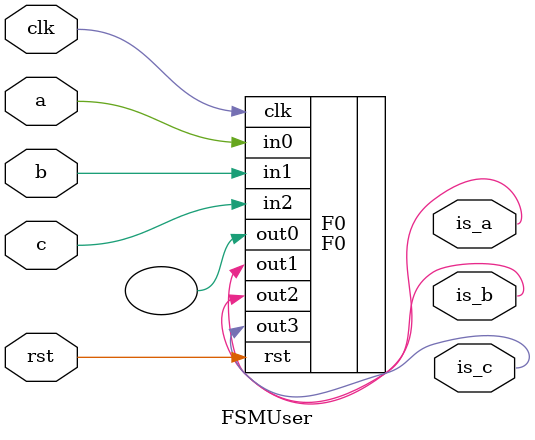
<source format=sv>
`include "fsm_enum_typedefs.sv"
module FSMUser
  #(parameter __INST_HIER = "INSTANTIATE_WITH_INSTANCE_PATH") (	// /home/kerrwang/repos/testing1/design/pycde_analysis/./mmain.py:105
  input  a,
         b,
         c,
         clk,
         rst,
  output is_a,
         is_b,
         is_c
);

  F0 F0 (	// /home/kerrwang/repos/testing1/design/pycde_analysis/./mmain.py:116
    .in0  (a),
    .in1  (b),
    .in2  (c),
    .clk  (clk),
    .rst  (rst),
    .out0 (/* unused */),
    .out1 (is_a),
    .out2 (is_b),
    .out3 (is_c)
  );
endmodule

</source>
